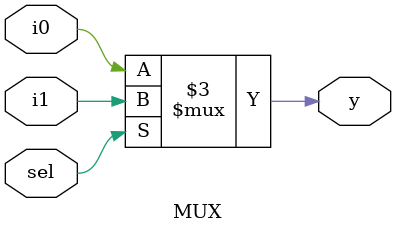
<source format=v>
`timescale 1ns / 1ps

module MUX(
    input i0,
    input i1,
    input sel,
    output reg y
    );
    
    always@(*)
    begin
        if(sel)
            y  = i1;
        else 
            y = i0;       
    end
    
    
endmodule

</source>
